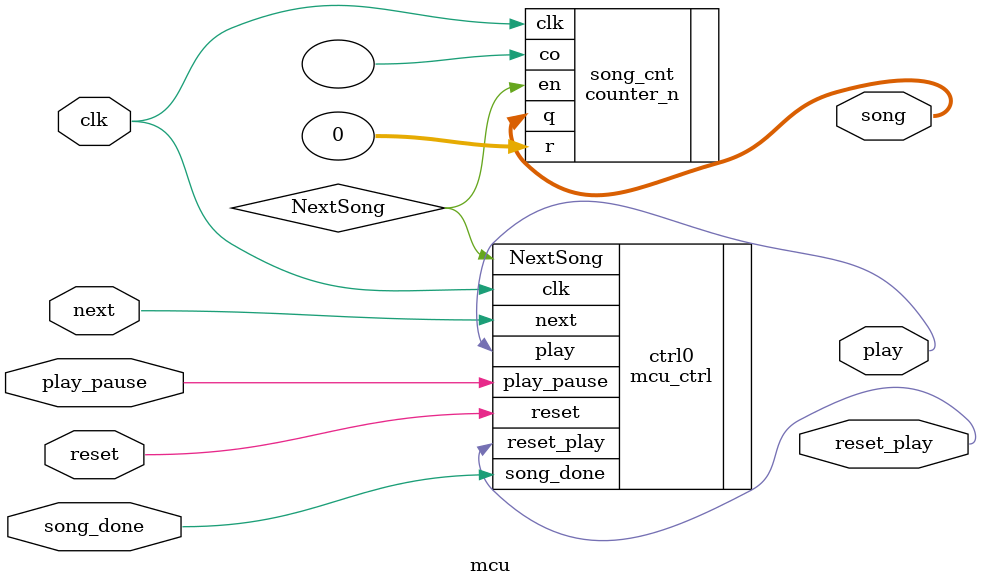
<source format=v>
module mcu (clk, reset, play_pause, next, song_done, play, reset_play, song);
	input clk, reset;
	input play_pause; // play_pause按钮
	input next; // next按钮
	input song_done; // 乐曲播放结束
	output play; 
	output reset_play; // 脉冲复位
	output[1:0] song; // 乐曲序号
	wire NextSong; // 控制器输出

	// 控制器实例
	mcu_ctrl ctrl0(.clk(clk), .reset(reset), .play_pause(play_pause), .next(next), .song_done(song_done), .play(play), .reset_play(reset_play), .NextSong(NextSong));
	
	// 2位二进制计数器实例
	counter_n #(.n(4), .counter_bits(2)) song_cnt(.clk(clk), .en(NextSong), .r(0), .q(song), .co()); 
endmodule
</source>
